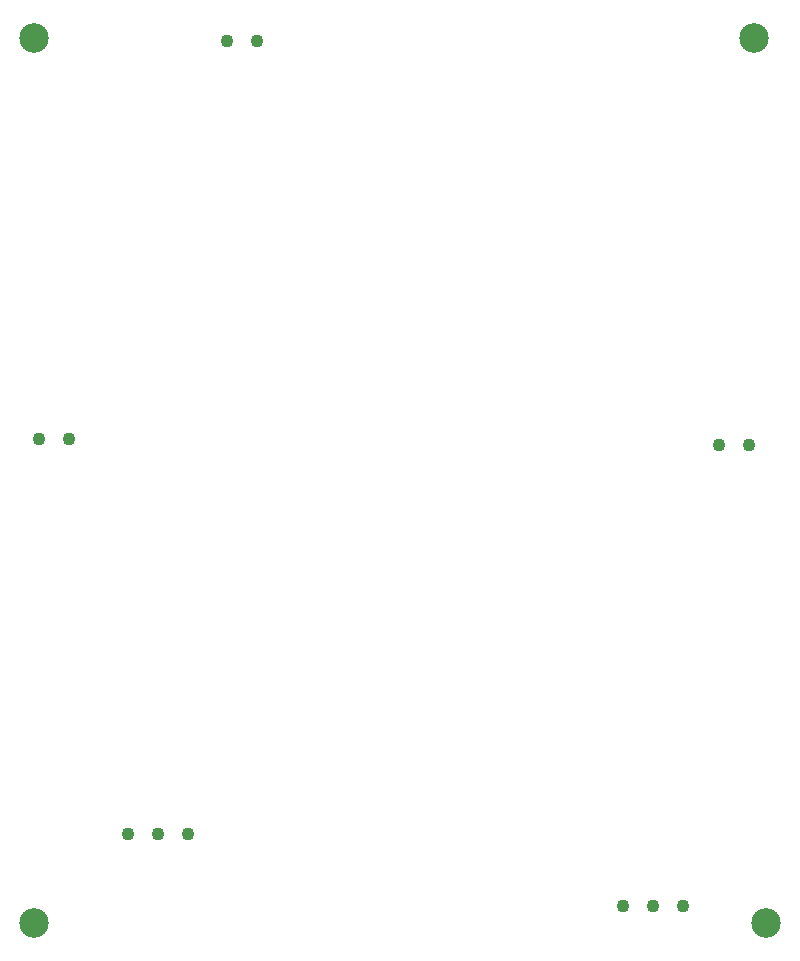
<source format=gbr>
%TF.GenerationSoftware,KiCad,Pcbnew,9.0.0*%
%TF.CreationDate,2025-07-26T11:30:09+07:00*%
%TF.ProjectId,O1_Circuit,4f315f43-6972-4637-9569-742e6b696361,rev?*%
%TF.SameCoordinates,Original*%
%TF.FileFunction,NonPlated,1,2,NPTH,Drill*%
%TF.FilePolarity,Positive*%
%FSLAX46Y46*%
G04 Gerber Fmt 4.6, Leading zero omitted, Abs format (unit mm)*
G04 Created by KiCad (PCBNEW 9.0.0) date 2025-07-26 11:30:09*
%MOMM*%
%LPD*%
G01*
G04 APERTURE LIST*
%TA.AperFunction,ComponentDrill*%
%ADD10C,1.100000*%
%TD*%
%TA.AperFunction,ComponentDrill*%
%ADD11C,2.500000*%
%TD*%
G04 APERTURE END LIST*
D10*
%TO.C,M2*%
X103460000Y-87000000D03*
X106000000Y-87000000D03*
%TO.C,J3*%
X111000000Y-120460000D03*
X113540000Y-120460000D03*
X116080000Y-120460000D03*
%TO.C,J1*%
X119360000Y-53280000D03*
X121900000Y-53280000D03*
%TO.C,J2*%
X152920000Y-126540000D03*
X155460000Y-126540000D03*
X158000000Y-126540000D03*
%TO.C,M1*%
X161000000Y-87460000D03*
X163540000Y-87460000D03*
D11*
%TO.C,H2*%
X103000000Y-53000000D03*
%TO.C,H4*%
X103000000Y-128000000D03*
%TO.C,H1*%
X164000000Y-53000000D03*
%TO.C,H3*%
X165000000Y-128000000D03*
M02*

</source>
